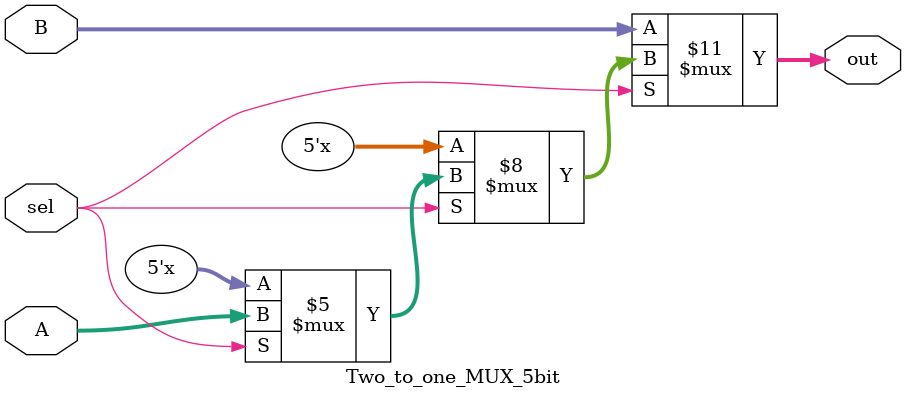
<source format=v>
module Two_to_one_MUX_5bit(out, A, B, sel);
input [4:0] A, B;
input sel;
output reg [4:0] out;
always @(A or B or sel)
begin
  if(sel == 0)
    out = B;
  else if(sel == 1)
    out = A;
end
endmodule

</source>
